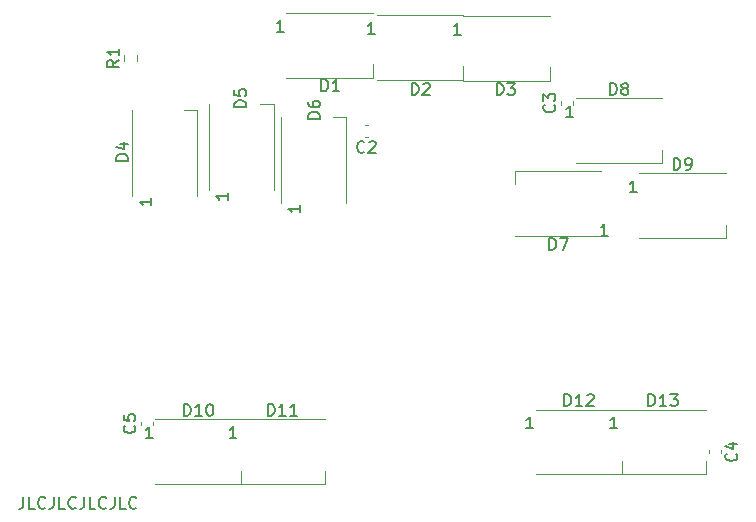
<source format=gbr>
%TF.GenerationSoftware,KiCad,Pcbnew,(5.1.10)-1*%
%TF.CreationDate,2021-10-30T00:49:30-07:00*%
%TF.ProjectId,ANT SEL Panel PCB V2,414e5420-5345-44c2-9050-616e656c2050,rev?*%
%TF.SameCoordinates,Original*%
%TF.FileFunction,Legend,Top*%
%TF.FilePolarity,Positive*%
%FSLAX46Y46*%
G04 Gerber Fmt 4.6, Leading zero omitted, Abs format (unit mm)*
G04 Created by KiCad (PCBNEW (5.1.10)-1) date 2021-10-30 00:49:30*
%MOMM*%
%LPD*%
G01*
G04 APERTURE LIST*
%ADD10C,0.150000*%
%ADD11C,0.120000*%
G04 APERTURE END LIST*
D10*
X84255952Y-79752380D02*
X84255952Y-80466666D01*
X84208333Y-80609523D01*
X84113095Y-80704761D01*
X83970238Y-80752380D01*
X83875000Y-80752380D01*
X85208333Y-80752380D02*
X84732142Y-80752380D01*
X84732142Y-79752380D01*
X86113095Y-80657142D02*
X86065476Y-80704761D01*
X85922619Y-80752380D01*
X85827380Y-80752380D01*
X85684523Y-80704761D01*
X85589285Y-80609523D01*
X85541666Y-80514285D01*
X85494047Y-80323809D01*
X85494047Y-80180952D01*
X85541666Y-79990476D01*
X85589285Y-79895238D01*
X85684523Y-79800000D01*
X85827380Y-79752380D01*
X85922619Y-79752380D01*
X86065476Y-79800000D01*
X86113095Y-79847619D01*
X86827380Y-79752380D02*
X86827380Y-80466666D01*
X86779761Y-80609523D01*
X86684523Y-80704761D01*
X86541666Y-80752380D01*
X86446428Y-80752380D01*
X87779761Y-80752380D02*
X87303571Y-80752380D01*
X87303571Y-79752380D01*
X88684523Y-80657142D02*
X88636904Y-80704761D01*
X88494047Y-80752380D01*
X88398809Y-80752380D01*
X88255952Y-80704761D01*
X88160714Y-80609523D01*
X88113095Y-80514285D01*
X88065476Y-80323809D01*
X88065476Y-80180952D01*
X88113095Y-79990476D01*
X88160714Y-79895238D01*
X88255952Y-79800000D01*
X88398809Y-79752380D01*
X88494047Y-79752380D01*
X88636904Y-79800000D01*
X88684523Y-79847619D01*
X89398809Y-79752380D02*
X89398809Y-80466666D01*
X89351190Y-80609523D01*
X89255952Y-80704761D01*
X89113095Y-80752380D01*
X89017857Y-80752380D01*
X90351190Y-80752380D02*
X89875000Y-80752380D01*
X89875000Y-79752380D01*
X91255952Y-80657142D02*
X91208333Y-80704761D01*
X91065476Y-80752380D01*
X90970238Y-80752380D01*
X90827380Y-80704761D01*
X90732142Y-80609523D01*
X90684523Y-80514285D01*
X90636904Y-80323809D01*
X90636904Y-80180952D01*
X90684523Y-79990476D01*
X90732142Y-79895238D01*
X90827380Y-79800000D01*
X90970238Y-79752380D01*
X91065476Y-79752380D01*
X91208333Y-79800000D01*
X91255952Y-79847619D01*
X91970238Y-79752380D02*
X91970238Y-80466666D01*
X91922619Y-80609523D01*
X91827380Y-80704761D01*
X91684523Y-80752380D01*
X91589285Y-80752380D01*
X92922619Y-80752380D02*
X92446428Y-80752380D01*
X92446428Y-79752380D01*
X93827380Y-80657142D02*
X93779761Y-80704761D01*
X93636904Y-80752380D01*
X93541666Y-80752380D01*
X93398809Y-80704761D01*
X93303571Y-80609523D01*
X93255952Y-80514285D01*
X93208333Y-80323809D01*
X93208333Y-80180952D01*
X93255952Y-79990476D01*
X93303571Y-79895238D01*
X93398809Y-79800000D01*
X93541666Y-79752380D01*
X93636904Y-79752380D01*
X93779761Y-79800000D01*
X93827380Y-79847619D01*
D11*
%TO.C,R1*%
X92804720Y-42832558D02*
X92804720Y-42358042D01*
X93849720Y-42832558D02*
X93849720Y-42358042D01*
%TO.C,C5*%
X94214220Y-73688520D02*
X94214220Y-73407360D01*
X95234220Y-73688520D02*
X95234220Y-73407360D01*
%TO.C,C4*%
X143326580Y-75787340D02*
X143326580Y-76068500D01*
X142306580Y-75787340D02*
X142306580Y-76068500D01*
%TO.C,C3*%
X129753900Y-46538460D02*
X129753900Y-46257300D01*
X130773900Y-46538460D02*
X130773900Y-46257300D01*
%TO.C,C2*%
X113439820Y-49255140D02*
X113158660Y-49255140D01*
X113439820Y-48235140D02*
X113158660Y-48235140D01*
%TO.C,D13*%
X134741200Y-72357600D02*
X142041200Y-72357600D01*
X134741200Y-77857600D02*
X142041200Y-77857600D01*
X142041200Y-77857600D02*
X142041200Y-76707600D01*
%TO.C,D12*%
X127629200Y-72357600D02*
X134929200Y-72357600D01*
X127629200Y-77857600D02*
X134929200Y-77857600D01*
X134929200Y-77857600D02*
X134929200Y-76707600D01*
%TO.C,D11*%
X102510200Y-73170400D02*
X109810200Y-73170400D01*
X102510200Y-78670400D02*
X109810200Y-78670400D01*
X109810200Y-78670400D02*
X109810200Y-77520400D01*
%TO.C,D10*%
X95410200Y-73196000D02*
X102710200Y-73196000D01*
X95410200Y-78696000D02*
X102710200Y-78696000D01*
X102710200Y-78696000D02*
X102710200Y-77546000D01*
%TO.C,D9*%
X136405200Y-52368000D02*
X143705200Y-52368000D01*
X136405200Y-57868000D02*
X143705200Y-57868000D01*
X143705200Y-57868000D02*
X143705200Y-56718000D01*
%TO.C,D8*%
X131021200Y-46018000D02*
X138321200Y-46018000D01*
X131021200Y-51518000D02*
X138321200Y-51518000D01*
X138321200Y-51518000D02*
X138321200Y-50368000D01*
%TO.C,D7*%
X133178200Y-57639200D02*
X125878200Y-57639200D01*
X133178200Y-52139200D02*
X125878200Y-52139200D01*
X125878200Y-52139200D02*
X125878200Y-53289200D01*
%TO.C,D6*%
X106089200Y-54868000D02*
X106089200Y-47568000D01*
X111589200Y-54868000D02*
X111589200Y-47568000D01*
X111589200Y-47568000D02*
X110439200Y-47568000D01*
%TO.C,D5*%
X99942200Y-53801200D02*
X99942200Y-46501200D01*
X105442200Y-53801200D02*
X105442200Y-46501200D01*
X105442200Y-46501200D02*
X104292200Y-46501200D01*
%TO.C,D4*%
X93490800Y-54258400D02*
X93490800Y-46958400D01*
X98990800Y-54258400D02*
X98990800Y-46958400D01*
X98990800Y-46958400D02*
X97840800Y-46958400D01*
%TO.C,D3*%
X121509200Y-39032800D02*
X128809200Y-39032800D01*
X121509200Y-44532800D02*
X128809200Y-44532800D01*
X128809200Y-44532800D02*
X128809200Y-43382800D01*
%TO.C,D2*%
X114206200Y-38956800D02*
X121506200Y-38956800D01*
X114206200Y-44456800D02*
X121506200Y-44456800D01*
X121506200Y-44456800D02*
X121506200Y-43306800D01*
%TO.C,D1*%
X106523200Y-38779200D02*
X113823200Y-38779200D01*
X106523200Y-44279200D02*
X113823200Y-44279200D01*
X113823200Y-44279200D02*
X113823200Y-43129200D01*
%TO.C,R1*%
D10*
X92349600Y-42761966D02*
X91873410Y-43095300D01*
X92349600Y-43333395D02*
X91349600Y-43333395D01*
X91349600Y-42952442D01*
X91397220Y-42857204D01*
X91444839Y-42809585D01*
X91540077Y-42761966D01*
X91682934Y-42761966D01*
X91778172Y-42809585D01*
X91825791Y-42857204D01*
X91873410Y-42952442D01*
X91873410Y-43333395D01*
X92349600Y-41809585D02*
X92349600Y-42381014D01*
X92349600Y-42095300D02*
X91349600Y-42095300D01*
X91492458Y-42190538D01*
X91587696Y-42285776D01*
X91635315Y-42381014D01*
%TO.C,C5*%
X93651362Y-73714606D02*
X93698981Y-73762225D01*
X93746600Y-73905082D01*
X93746600Y-74000320D01*
X93698981Y-74143178D01*
X93603743Y-74238416D01*
X93508505Y-74286035D01*
X93318029Y-74333654D01*
X93175172Y-74333654D01*
X92984696Y-74286035D01*
X92889458Y-74238416D01*
X92794220Y-74143178D01*
X92746600Y-74000320D01*
X92746600Y-73905082D01*
X92794220Y-73762225D01*
X92841839Y-73714606D01*
X92746600Y-72809844D02*
X92746600Y-73286035D01*
X93222791Y-73333654D01*
X93175172Y-73286035D01*
X93127553Y-73190797D01*
X93127553Y-72952701D01*
X93175172Y-72857463D01*
X93222791Y-72809844D01*
X93318029Y-72762225D01*
X93556124Y-72762225D01*
X93651362Y-72809844D01*
X93698981Y-72857463D01*
X93746600Y-72952701D01*
X93746600Y-73190797D01*
X93698981Y-73286035D01*
X93651362Y-73333654D01*
%TO.C,C4*%
X144603722Y-76094586D02*
X144651341Y-76142205D01*
X144698960Y-76285062D01*
X144698960Y-76380300D01*
X144651341Y-76523158D01*
X144556103Y-76618396D01*
X144460865Y-76666015D01*
X144270389Y-76713634D01*
X144127532Y-76713634D01*
X143937056Y-76666015D01*
X143841818Y-76618396D01*
X143746580Y-76523158D01*
X143698960Y-76380300D01*
X143698960Y-76285062D01*
X143746580Y-76142205D01*
X143794199Y-76094586D01*
X144032294Y-75237443D02*
X144698960Y-75237443D01*
X143651341Y-75475539D02*
X144365627Y-75713634D01*
X144365627Y-75094586D01*
%TO.C,C3*%
X129191042Y-46564546D02*
X129238661Y-46612165D01*
X129286280Y-46755022D01*
X129286280Y-46850260D01*
X129238661Y-46993118D01*
X129143423Y-47088356D01*
X129048185Y-47135975D01*
X128857709Y-47183594D01*
X128714852Y-47183594D01*
X128524376Y-47135975D01*
X128429138Y-47088356D01*
X128333900Y-46993118D01*
X128286280Y-46850260D01*
X128286280Y-46755022D01*
X128333900Y-46612165D01*
X128381519Y-46564546D01*
X128286280Y-46231213D02*
X128286280Y-45612165D01*
X128667233Y-45945499D01*
X128667233Y-45802641D01*
X128714852Y-45707403D01*
X128762471Y-45659784D01*
X128857709Y-45612165D01*
X129095804Y-45612165D01*
X129191042Y-45659784D01*
X129238661Y-45707403D01*
X129286280Y-45802641D01*
X129286280Y-46088356D01*
X129238661Y-46183594D01*
X129191042Y-46231213D01*
%TO.C,C2*%
X113132573Y-50532282D02*
X113084954Y-50579901D01*
X112942097Y-50627520D01*
X112846859Y-50627520D01*
X112704001Y-50579901D01*
X112608763Y-50484663D01*
X112561144Y-50389425D01*
X112513525Y-50198949D01*
X112513525Y-50056092D01*
X112561144Y-49865616D01*
X112608763Y-49770378D01*
X112704001Y-49675140D01*
X112846859Y-49627520D01*
X112942097Y-49627520D01*
X113084954Y-49675140D01*
X113132573Y-49722759D01*
X113513525Y-49722759D02*
X113561144Y-49675140D01*
X113656382Y-49627520D01*
X113894478Y-49627520D01*
X113989716Y-49675140D01*
X114037335Y-49722759D01*
X114084954Y-49817997D01*
X114084954Y-49913235D01*
X114037335Y-50056092D01*
X113465906Y-50627520D01*
X114084954Y-50627520D01*
%TO.C,D13*%
X137176914Y-72059980D02*
X137176914Y-71059980D01*
X137415009Y-71059980D01*
X137557866Y-71107600D01*
X137653104Y-71202838D01*
X137700723Y-71298076D01*
X137748342Y-71488552D01*
X137748342Y-71631409D01*
X137700723Y-71821885D01*
X137653104Y-71917123D01*
X137557866Y-72012361D01*
X137415009Y-72059980D01*
X137176914Y-72059980D01*
X138700723Y-72059980D02*
X138129295Y-72059980D01*
X138415009Y-72059980D02*
X138415009Y-71059980D01*
X138319771Y-71202838D01*
X138224533Y-71298076D01*
X138129295Y-71345695D01*
X139034057Y-71059980D02*
X139653104Y-71059980D01*
X139319771Y-71440933D01*
X139462628Y-71440933D01*
X139557866Y-71488552D01*
X139605485Y-71536171D01*
X139653104Y-71631409D01*
X139653104Y-71869504D01*
X139605485Y-71964742D01*
X139557866Y-72012361D01*
X139462628Y-72059980D01*
X139176914Y-72059980D01*
X139081676Y-72012361D01*
X139034057Y-71964742D01*
X134526914Y-73959980D02*
X133955485Y-73959980D01*
X134241200Y-73959980D02*
X134241200Y-72959980D01*
X134145961Y-73102838D01*
X134050723Y-73198076D01*
X133955485Y-73245695D01*
%TO.C,D12*%
X130064914Y-72059980D02*
X130064914Y-71059980D01*
X130303009Y-71059980D01*
X130445866Y-71107600D01*
X130541104Y-71202838D01*
X130588723Y-71298076D01*
X130636342Y-71488552D01*
X130636342Y-71631409D01*
X130588723Y-71821885D01*
X130541104Y-71917123D01*
X130445866Y-72012361D01*
X130303009Y-72059980D01*
X130064914Y-72059980D01*
X131588723Y-72059980D02*
X131017295Y-72059980D01*
X131303009Y-72059980D02*
X131303009Y-71059980D01*
X131207771Y-71202838D01*
X131112533Y-71298076D01*
X131017295Y-71345695D01*
X131969676Y-71155219D02*
X132017295Y-71107600D01*
X132112533Y-71059980D01*
X132350628Y-71059980D01*
X132445866Y-71107600D01*
X132493485Y-71155219D01*
X132541104Y-71250457D01*
X132541104Y-71345695D01*
X132493485Y-71488552D01*
X131922057Y-72059980D01*
X132541104Y-72059980D01*
X127414914Y-73959980D02*
X126843485Y-73959980D01*
X127129200Y-73959980D02*
X127129200Y-72959980D01*
X127033961Y-73102838D01*
X126938723Y-73198076D01*
X126843485Y-73245695D01*
%TO.C,D11*%
X104945914Y-72872780D02*
X104945914Y-71872780D01*
X105184009Y-71872780D01*
X105326866Y-71920400D01*
X105422104Y-72015638D01*
X105469723Y-72110876D01*
X105517342Y-72301352D01*
X105517342Y-72444209D01*
X105469723Y-72634685D01*
X105422104Y-72729923D01*
X105326866Y-72825161D01*
X105184009Y-72872780D01*
X104945914Y-72872780D01*
X106469723Y-72872780D02*
X105898295Y-72872780D01*
X106184009Y-72872780D02*
X106184009Y-71872780D01*
X106088771Y-72015638D01*
X105993533Y-72110876D01*
X105898295Y-72158495D01*
X107422104Y-72872780D02*
X106850676Y-72872780D01*
X107136390Y-72872780D02*
X107136390Y-71872780D01*
X107041152Y-72015638D01*
X106945914Y-72110876D01*
X106850676Y-72158495D01*
X102295914Y-74772780D02*
X101724485Y-74772780D01*
X102010200Y-74772780D02*
X102010200Y-73772780D01*
X101914961Y-73915638D01*
X101819723Y-74010876D01*
X101724485Y-74058495D01*
%TO.C,D10*%
X97845914Y-72898380D02*
X97845914Y-71898380D01*
X98084009Y-71898380D01*
X98226866Y-71946000D01*
X98322104Y-72041238D01*
X98369723Y-72136476D01*
X98417342Y-72326952D01*
X98417342Y-72469809D01*
X98369723Y-72660285D01*
X98322104Y-72755523D01*
X98226866Y-72850761D01*
X98084009Y-72898380D01*
X97845914Y-72898380D01*
X99369723Y-72898380D02*
X98798295Y-72898380D01*
X99084009Y-72898380D02*
X99084009Y-71898380D01*
X98988771Y-72041238D01*
X98893533Y-72136476D01*
X98798295Y-72184095D01*
X99988771Y-71898380D02*
X100084009Y-71898380D01*
X100179247Y-71946000D01*
X100226866Y-71993619D01*
X100274485Y-72088857D01*
X100322104Y-72279333D01*
X100322104Y-72517428D01*
X100274485Y-72707904D01*
X100226866Y-72803142D01*
X100179247Y-72850761D01*
X100084009Y-72898380D01*
X99988771Y-72898380D01*
X99893533Y-72850761D01*
X99845914Y-72803142D01*
X99798295Y-72707904D01*
X99750676Y-72517428D01*
X99750676Y-72279333D01*
X99798295Y-72088857D01*
X99845914Y-71993619D01*
X99893533Y-71946000D01*
X99988771Y-71898380D01*
X95195914Y-74798380D02*
X94624485Y-74798380D01*
X94910200Y-74798380D02*
X94910200Y-73798380D01*
X94814961Y-73941238D01*
X94719723Y-74036476D01*
X94624485Y-74084095D01*
%TO.C,D9*%
X139317104Y-52070380D02*
X139317104Y-51070380D01*
X139555200Y-51070380D01*
X139698057Y-51118000D01*
X139793295Y-51213238D01*
X139840914Y-51308476D01*
X139888533Y-51498952D01*
X139888533Y-51641809D01*
X139840914Y-51832285D01*
X139793295Y-51927523D01*
X139698057Y-52022761D01*
X139555200Y-52070380D01*
X139317104Y-52070380D01*
X140364723Y-52070380D02*
X140555200Y-52070380D01*
X140650438Y-52022761D01*
X140698057Y-51975142D01*
X140793295Y-51832285D01*
X140840914Y-51641809D01*
X140840914Y-51260857D01*
X140793295Y-51165619D01*
X140745676Y-51118000D01*
X140650438Y-51070380D01*
X140459961Y-51070380D01*
X140364723Y-51118000D01*
X140317104Y-51165619D01*
X140269485Y-51260857D01*
X140269485Y-51498952D01*
X140317104Y-51594190D01*
X140364723Y-51641809D01*
X140459961Y-51689428D01*
X140650438Y-51689428D01*
X140745676Y-51641809D01*
X140793295Y-51594190D01*
X140840914Y-51498952D01*
X136190914Y-53970380D02*
X135619485Y-53970380D01*
X135905200Y-53970380D02*
X135905200Y-52970380D01*
X135809961Y-53113238D01*
X135714723Y-53208476D01*
X135619485Y-53256095D01*
%TO.C,D8*%
X133933104Y-45720380D02*
X133933104Y-44720380D01*
X134171200Y-44720380D01*
X134314057Y-44768000D01*
X134409295Y-44863238D01*
X134456914Y-44958476D01*
X134504533Y-45148952D01*
X134504533Y-45291809D01*
X134456914Y-45482285D01*
X134409295Y-45577523D01*
X134314057Y-45672761D01*
X134171200Y-45720380D01*
X133933104Y-45720380D01*
X135075961Y-45148952D02*
X134980723Y-45101333D01*
X134933104Y-45053714D01*
X134885485Y-44958476D01*
X134885485Y-44910857D01*
X134933104Y-44815619D01*
X134980723Y-44768000D01*
X135075961Y-44720380D01*
X135266438Y-44720380D01*
X135361676Y-44768000D01*
X135409295Y-44815619D01*
X135456914Y-44910857D01*
X135456914Y-44958476D01*
X135409295Y-45053714D01*
X135361676Y-45101333D01*
X135266438Y-45148952D01*
X135075961Y-45148952D01*
X134980723Y-45196571D01*
X134933104Y-45244190D01*
X134885485Y-45339428D01*
X134885485Y-45529904D01*
X134933104Y-45625142D01*
X134980723Y-45672761D01*
X135075961Y-45720380D01*
X135266438Y-45720380D01*
X135361676Y-45672761D01*
X135409295Y-45625142D01*
X135456914Y-45529904D01*
X135456914Y-45339428D01*
X135409295Y-45244190D01*
X135361676Y-45196571D01*
X135266438Y-45148952D01*
X130806914Y-47620380D02*
X130235485Y-47620380D01*
X130521200Y-47620380D02*
X130521200Y-46620380D01*
X130425961Y-46763238D01*
X130330723Y-46858476D01*
X130235485Y-46906095D01*
%TO.C,D7*%
X128790104Y-58841580D02*
X128790104Y-57841580D01*
X129028200Y-57841580D01*
X129171057Y-57889200D01*
X129266295Y-57984438D01*
X129313914Y-58079676D01*
X129361533Y-58270152D01*
X129361533Y-58413009D01*
X129313914Y-58603485D01*
X129266295Y-58698723D01*
X129171057Y-58793961D01*
X129028200Y-58841580D01*
X128790104Y-58841580D01*
X129694866Y-57841580D02*
X130361533Y-57841580D01*
X129932961Y-58841580D01*
X133710714Y-57627380D02*
X133139285Y-57627380D01*
X133425000Y-57627380D02*
X133425000Y-56627380D01*
X133329761Y-56770238D01*
X133234523Y-56865476D01*
X133139285Y-56913095D01*
%TO.C,D6*%
X109367980Y-47728095D02*
X108367980Y-47728095D01*
X108367980Y-47490000D01*
X108415600Y-47347142D01*
X108510838Y-47251904D01*
X108606076Y-47204285D01*
X108796552Y-47156666D01*
X108939409Y-47156666D01*
X109129885Y-47204285D01*
X109225123Y-47251904D01*
X109320361Y-47347142D01*
X109367980Y-47490000D01*
X109367980Y-47728095D01*
X108367980Y-46299523D02*
X108367980Y-46490000D01*
X108415600Y-46585238D01*
X108463219Y-46632857D01*
X108606076Y-46728095D01*
X108796552Y-46775714D01*
X109177504Y-46775714D01*
X109272742Y-46728095D01*
X109320361Y-46680476D01*
X109367980Y-46585238D01*
X109367980Y-46394761D01*
X109320361Y-46299523D01*
X109272742Y-46251904D01*
X109177504Y-46204285D01*
X108939409Y-46204285D01*
X108844171Y-46251904D01*
X108796552Y-46299523D01*
X108748933Y-46394761D01*
X108748933Y-46585238D01*
X108796552Y-46680476D01*
X108844171Y-46728095D01*
X108939409Y-46775714D01*
X107691580Y-55082285D02*
X107691580Y-55653714D01*
X107691580Y-55368000D02*
X106691580Y-55368000D01*
X106834438Y-55463238D01*
X106929676Y-55558476D01*
X106977295Y-55653714D01*
%TO.C,D5*%
X103119380Y-46762895D02*
X102119380Y-46762895D01*
X102119380Y-46524800D01*
X102167000Y-46381942D01*
X102262238Y-46286704D01*
X102357476Y-46239085D01*
X102547952Y-46191466D01*
X102690809Y-46191466D01*
X102881285Y-46239085D01*
X102976523Y-46286704D01*
X103071761Y-46381942D01*
X103119380Y-46524800D01*
X103119380Y-46762895D01*
X102119380Y-45286704D02*
X102119380Y-45762895D01*
X102595571Y-45810514D01*
X102547952Y-45762895D01*
X102500333Y-45667657D01*
X102500333Y-45429561D01*
X102547952Y-45334323D01*
X102595571Y-45286704D01*
X102690809Y-45239085D01*
X102928904Y-45239085D01*
X103024142Y-45286704D01*
X103071761Y-45334323D01*
X103119380Y-45429561D01*
X103119380Y-45667657D01*
X103071761Y-45762895D01*
X103024142Y-45810514D01*
X101544580Y-54015485D02*
X101544580Y-54586914D01*
X101544580Y-54301200D02*
X100544580Y-54301200D01*
X100687438Y-54396438D01*
X100782676Y-54491676D01*
X100830295Y-54586914D01*
%TO.C,D4*%
X93111580Y-51284095D02*
X92111580Y-51284095D01*
X92111580Y-51046000D01*
X92159200Y-50903142D01*
X92254438Y-50807904D01*
X92349676Y-50760285D01*
X92540152Y-50712666D01*
X92683009Y-50712666D01*
X92873485Y-50760285D01*
X92968723Y-50807904D01*
X93063961Y-50903142D01*
X93111580Y-51046000D01*
X93111580Y-51284095D01*
X92444914Y-49855523D02*
X93111580Y-49855523D01*
X92063961Y-50093619D02*
X92778247Y-50331714D01*
X92778247Y-49712666D01*
X95093180Y-54472685D02*
X95093180Y-55044114D01*
X95093180Y-54758400D02*
X94093180Y-54758400D01*
X94236038Y-54853638D01*
X94331276Y-54948876D01*
X94378895Y-55044114D01*
%TO.C,D3*%
X124336904Y-45727380D02*
X124336904Y-44727380D01*
X124575000Y-44727380D01*
X124717857Y-44775000D01*
X124813095Y-44870238D01*
X124860714Y-44965476D01*
X124908333Y-45155952D01*
X124908333Y-45298809D01*
X124860714Y-45489285D01*
X124813095Y-45584523D01*
X124717857Y-45679761D01*
X124575000Y-45727380D01*
X124336904Y-45727380D01*
X125241666Y-44727380D02*
X125860714Y-44727380D01*
X125527380Y-45108333D01*
X125670238Y-45108333D01*
X125765476Y-45155952D01*
X125813095Y-45203571D01*
X125860714Y-45298809D01*
X125860714Y-45536904D01*
X125813095Y-45632142D01*
X125765476Y-45679761D01*
X125670238Y-45727380D01*
X125384523Y-45727380D01*
X125289285Y-45679761D01*
X125241666Y-45632142D01*
X121294914Y-40635180D02*
X120723485Y-40635180D01*
X121009200Y-40635180D02*
X121009200Y-39635180D01*
X120913961Y-39778038D01*
X120818723Y-39873276D01*
X120723485Y-39920895D01*
%TO.C,D2*%
X117136904Y-45727380D02*
X117136904Y-44727380D01*
X117375000Y-44727380D01*
X117517857Y-44775000D01*
X117613095Y-44870238D01*
X117660714Y-44965476D01*
X117708333Y-45155952D01*
X117708333Y-45298809D01*
X117660714Y-45489285D01*
X117613095Y-45584523D01*
X117517857Y-45679761D01*
X117375000Y-45727380D01*
X117136904Y-45727380D01*
X118089285Y-44822619D02*
X118136904Y-44775000D01*
X118232142Y-44727380D01*
X118470238Y-44727380D01*
X118565476Y-44775000D01*
X118613095Y-44822619D01*
X118660714Y-44917857D01*
X118660714Y-45013095D01*
X118613095Y-45155952D01*
X118041666Y-45727380D01*
X118660714Y-45727380D01*
X113991914Y-40559180D02*
X113420485Y-40559180D01*
X113706200Y-40559180D02*
X113706200Y-39559180D01*
X113610961Y-39702038D01*
X113515723Y-39797276D01*
X113420485Y-39844895D01*
%TO.C,D1*%
X109486904Y-45402380D02*
X109486904Y-44402380D01*
X109725000Y-44402380D01*
X109867857Y-44450000D01*
X109963095Y-44545238D01*
X110010714Y-44640476D01*
X110058333Y-44830952D01*
X110058333Y-44973809D01*
X110010714Y-45164285D01*
X109963095Y-45259523D01*
X109867857Y-45354761D01*
X109725000Y-45402380D01*
X109486904Y-45402380D01*
X111010714Y-45402380D02*
X110439285Y-45402380D01*
X110725000Y-45402380D02*
X110725000Y-44402380D01*
X110629761Y-44545238D01*
X110534523Y-44640476D01*
X110439285Y-44688095D01*
X106308914Y-40381580D02*
X105737485Y-40381580D01*
X106023200Y-40381580D02*
X106023200Y-39381580D01*
X105927961Y-39524438D01*
X105832723Y-39619676D01*
X105737485Y-39667295D01*
%TD*%
M02*

</source>
